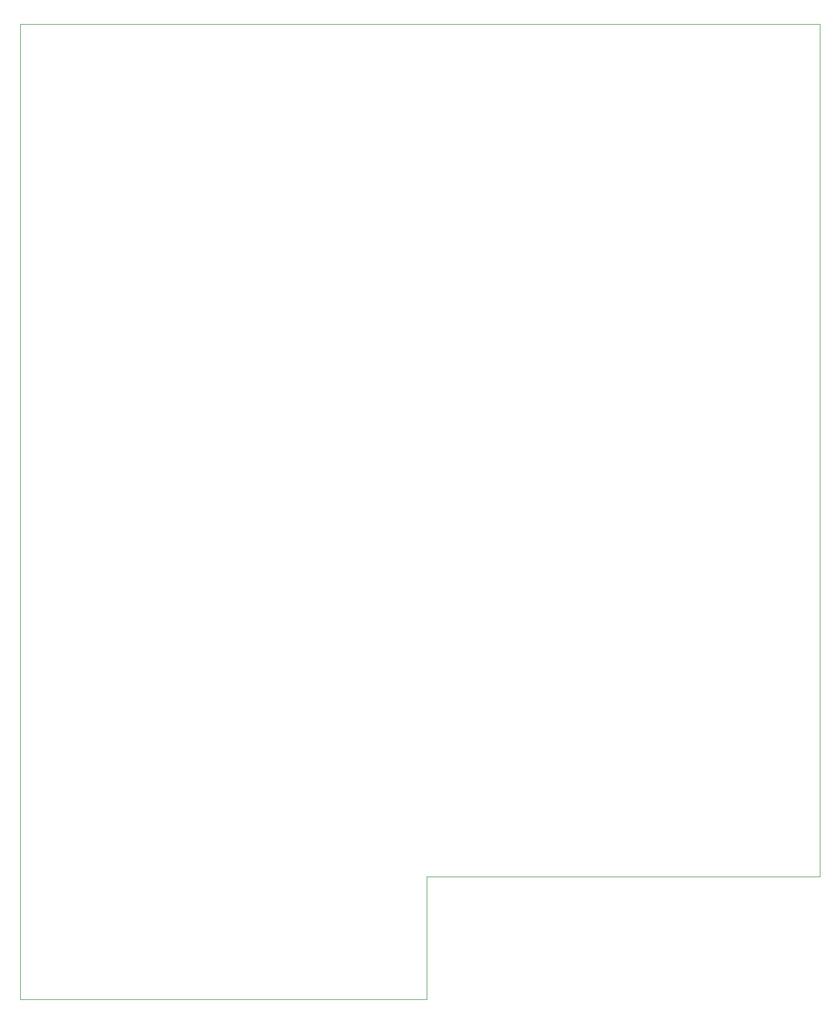
<source format=gbr>
%TF.GenerationSoftware,KiCad,Pcbnew,6.0.3-a3aad9c10e~116~ubuntu20.04.1*%
%TF.CreationDate,2022-03-20T21:21:38-04:00*%
%TF.ProjectId,ProtoPi-Board,50726f74-6f50-4692-9d42-6f6172642e6b,rev?*%
%TF.SameCoordinates,PX68290a0PY76b1be0*%
%TF.FileFunction,Profile,NP*%
%FSLAX46Y46*%
G04 Gerber Fmt 4.6, Leading zero omitted, Abs format (unit mm)*
G04 Created by KiCad (PCBNEW 6.0.3-a3aad9c10e~116~ubuntu20.04.1) date 2022-03-20 21:21:38*
%MOMM*%
%LPD*%
G01*
G04 APERTURE LIST*
%TA.AperFunction,Profile*%
%ADD10C,0.050000*%
%TD*%
G04 APERTURE END LIST*
D10*
X52324000Y-29718000D02*
X-7112000Y-29718000D01*
X-7112000Y-48260000D01*
X-68580000Y-48260000D01*
X-68580000Y99060000D01*
X52324000Y99060000D01*
X52324000Y-29718000D01*
M02*

</source>
